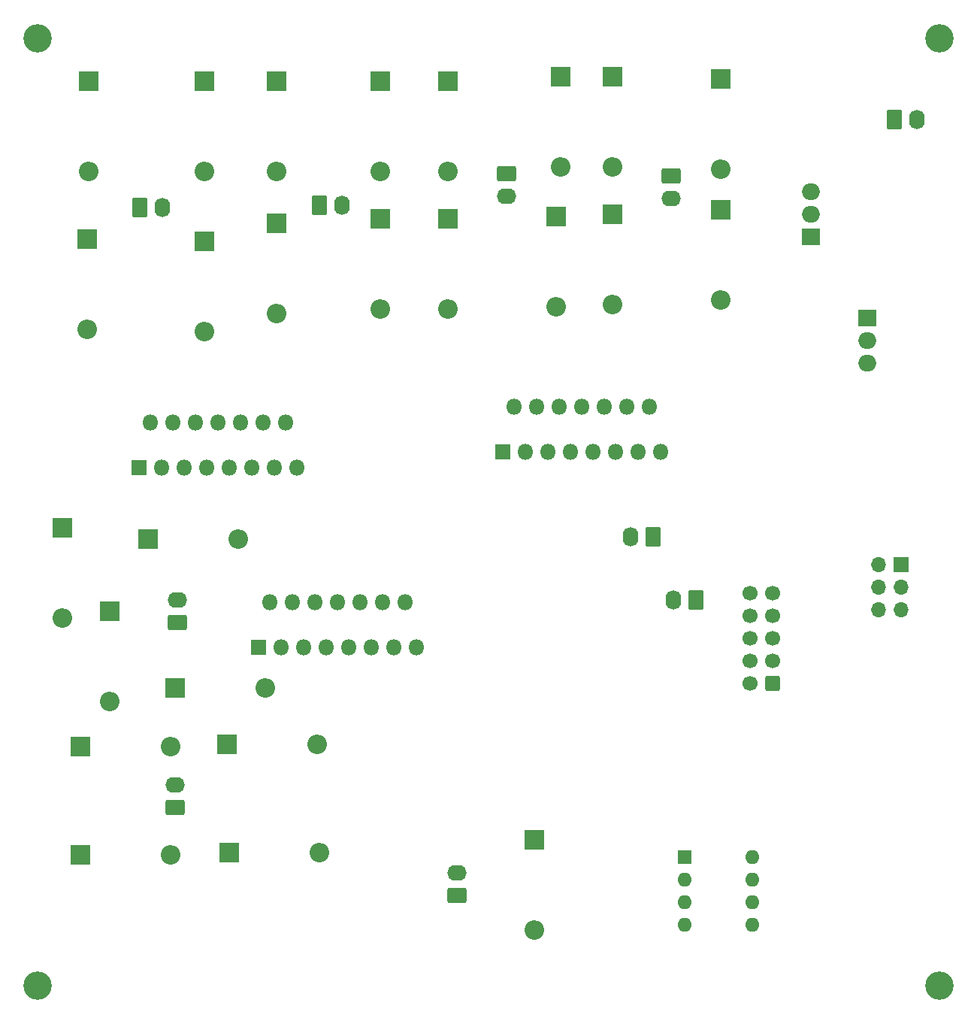
<source format=gbr>
%TF.GenerationSoftware,KiCad,Pcbnew,8.0.8*%
%TF.CreationDate,2025-04-07T19:10:49-05:00*%
%TF.ProjectId,Senior_Design_PCB_ethanl7_nrkim2,53656e69-6f72-45f4-9465-7369676e5f50,rev?*%
%TF.SameCoordinates,Original*%
%TF.FileFunction,Soldermask,Bot*%
%TF.FilePolarity,Negative*%
%FSLAX46Y46*%
G04 Gerber Fmt 4.6, Leading zero omitted, Abs format (unit mm)*
G04 Created by KiCad (PCBNEW 8.0.8) date 2025-04-07 19:10:49*
%MOMM*%
%LPD*%
G01*
G04 APERTURE LIST*
G04 Aperture macros list*
%AMRoundRect*
0 Rectangle with rounded corners*
0 $1 Rounding radius*
0 $2 $3 $4 $5 $6 $7 $8 $9 X,Y pos of 4 corners*
0 Add a 4 corners polygon primitive as box body*
4,1,4,$2,$3,$4,$5,$6,$7,$8,$9,$2,$3,0*
0 Add four circle primitives for the rounded corners*
1,1,$1+$1,$2,$3*
1,1,$1+$1,$4,$5*
1,1,$1+$1,$6,$7*
1,1,$1+$1,$8,$9*
0 Add four rect primitives between the rounded corners*
20,1,$1+$1,$2,$3,$4,$5,0*
20,1,$1+$1,$4,$5,$6,$7,0*
20,1,$1+$1,$6,$7,$8,$9,0*
20,1,$1+$1,$8,$9,$2,$3,0*%
G04 Aperture macros list end*
%ADD10R,2.200000X2.200000*%
%ADD11O,2.200000X2.200000*%
%ADD12R,1.800000X1.800000*%
%ADD13O,1.800000X1.800000*%
%ADD14RoundRect,0.250000X0.620000X0.845000X-0.620000X0.845000X-0.620000X-0.845000X0.620000X-0.845000X0*%
%ADD15O,1.740000X2.190000*%
%ADD16C,3.200000*%
%ADD17R,1.600000X1.600000*%
%ADD18O,1.600000X1.600000*%
%ADD19R,2.000000X1.905000*%
%ADD20O,2.000000X1.905000*%
%ADD21RoundRect,0.250000X-0.620000X-0.845000X0.620000X-0.845000X0.620000X0.845000X-0.620000X0.845000X0*%
%ADD22RoundRect,0.250000X-0.845000X0.620000X-0.845000X-0.620000X0.845000X-0.620000X0.845000X0.620000X0*%
%ADD23O,2.190000X1.740000*%
%ADD24RoundRect,0.250000X0.845000X-0.620000X0.845000X0.620000X-0.845000X0.620000X-0.845000X-0.620000X0*%
%ADD25R,1.700000X1.700000*%
%ADD26O,1.700000X1.700000*%
%ADD27RoundRect,0.250000X0.600000X0.600000X-0.600000X0.600000X-0.600000X-0.600000X0.600000X-0.600000X0*%
%ADD28C,1.700000*%
G04 APERTURE END LIST*
D10*
%TO.C,D12*%
X177800000Y-54864000D03*
D11*
X177800000Y-65024000D03*
%TD*%
D10*
%TO.C,D13*%
X105664000Y-127508000D03*
D11*
X115824000Y-127508000D03*
%TD*%
D12*
%TO.C,U5*%
X112251361Y-83935469D03*
D13*
X113521361Y-78855469D03*
X114791361Y-83935469D03*
X116061361Y-78855469D03*
X117331361Y-83935469D03*
X118601361Y-78855469D03*
X119871361Y-83935469D03*
X121141361Y-78855469D03*
X122411361Y-83935469D03*
X123681361Y-78855469D03*
X124951361Y-83935469D03*
X126221361Y-78855469D03*
X127491361Y-83935469D03*
X128761361Y-78855469D03*
X130031361Y-83935469D03*
%TD*%
D10*
%TO.C,D11*%
X177800000Y-40132000D03*
D11*
X177800000Y-50292000D03*
%TD*%
D10*
%TO.C,D15*%
X105664000Y-115316000D03*
D11*
X115824000Y-115316000D03*
%TD*%
D10*
%TO.C,D8*%
X159766000Y-39878000D03*
D11*
X159766000Y-50038000D03*
%TD*%
D12*
%TO.C,U3*%
X153272361Y-82157469D03*
D13*
X154542361Y-77077469D03*
X155812361Y-82157469D03*
X157082361Y-77077469D03*
X158352361Y-82157469D03*
X159622361Y-77077469D03*
X160892361Y-82157469D03*
X162162361Y-77077469D03*
X163432361Y-82157469D03*
X164702361Y-77077469D03*
X165972361Y-82157469D03*
X167242361Y-77077469D03*
X168512361Y-82157469D03*
X169782361Y-77077469D03*
X171052361Y-82157469D03*
%TD*%
D14*
%TO.C,D1*%
X170163361Y-91682469D03*
D15*
X167623361Y-91682469D03*
%TD*%
D10*
%TO.C,D19*%
X103632000Y-90678000D03*
D11*
X103632000Y-100838000D03*
%TD*%
D10*
%TO.C,D28*%
X139446000Y-55880000D03*
D11*
X139446000Y-66040000D03*
%TD*%
D16*
%TO.C,H3*%
X100838000Y-142240000D03*
%TD*%
D10*
%TO.C,D9*%
X165608000Y-39878000D03*
D11*
X165608000Y-50038000D03*
%TD*%
D10*
%TO.C,D26*%
X127762000Y-56388000D03*
D11*
X127762000Y-66548000D03*
%TD*%
D17*
%TO.C,U2*%
X173736000Y-127762000D03*
D18*
X173736000Y-130302000D03*
X173736000Y-132842000D03*
X173736000Y-135382000D03*
X181356000Y-135382000D03*
X181356000Y-132842000D03*
X181356000Y-130302000D03*
X181356000Y-127762000D03*
%TD*%
D10*
%TO.C,D5*%
X147066000Y-55880000D03*
D11*
X147066000Y-66040000D03*
%TD*%
D19*
%TO.C,U1*%
X187943361Y-57900469D03*
D20*
X187943361Y-55360469D03*
X187943361Y-52820469D03*
%TD*%
D12*
%TO.C,U4*%
X125713361Y-104128469D03*
D13*
X126983361Y-99048469D03*
X128253361Y-104128469D03*
X129523361Y-99048469D03*
X130793361Y-104128469D03*
X132063361Y-99048469D03*
X133333361Y-104128469D03*
X134603361Y-99048469D03*
X135873361Y-104128469D03*
X137143361Y-99048469D03*
X138413361Y-104128469D03*
X139683361Y-99048469D03*
X140953361Y-104128469D03*
X142223361Y-99048469D03*
X143493361Y-104128469D03*
%TD*%
D21*
%TO.C,J10*%
X132588000Y-54356000D03*
D15*
X135128000Y-54356000D03*
%TD*%
D10*
%TO.C,D23*%
X119675000Y-40386000D03*
D11*
X119675000Y-50546000D03*
%TD*%
D22*
%TO.C,J5*%
X153670000Y-50800000D03*
D23*
X153670000Y-53340000D03*
%TD*%
D19*
%TO.C,U7*%
X194293361Y-67044469D03*
D20*
X194293361Y-69584469D03*
X194293361Y-72124469D03*
%TD*%
D14*
%TO.C,D2*%
X174989361Y-98794469D03*
D15*
X172449361Y-98794469D03*
%TD*%
D10*
%TO.C,D3*%
X156845000Y-125857000D03*
D11*
X156845000Y-136017000D03*
%TD*%
D10*
%TO.C,D18*%
X116332000Y-108700469D03*
D11*
X126492000Y-108700469D03*
%TD*%
D10*
%TO.C,D25*%
X127762000Y-40386000D03*
D11*
X127762000Y-50546000D03*
%TD*%
D24*
%TO.C,J7*%
X116332000Y-122174000D03*
D23*
X116332000Y-119634000D03*
%TD*%
D10*
%TO.C,D20*%
X113284000Y-91948000D03*
D11*
X123444000Y-91948000D03*
%TD*%
D10*
%TO.C,D14*%
X122428000Y-127254000D03*
D11*
X132588000Y-127254000D03*
%TD*%
D10*
%TO.C,D6*%
X159258000Y-55626000D03*
D11*
X159258000Y-65786000D03*
%TD*%
D16*
%TO.C,H2*%
X202438000Y-35560000D03*
%TD*%
D10*
%TO.C,D7*%
X147066000Y-40386000D03*
D11*
X147066000Y-50546000D03*
%TD*%
D10*
%TO.C,D27*%
X139446000Y-40386000D03*
D11*
X139446000Y-50546000D03*
%TD*%
D24*
%TO.C,J8*%
X116586000Y-101346000D03*
D23*
X116586000Y-98806000D03*
%TD*%
D10*
%TO.C,D16*%
X122174000Y-115062000D03*
D11*
X132334000Y-115062000D03*
%TD*%
D10*
%TO.C,D21*%
X106639000Y-40386000D03*
D11*
X106639000Y-50546000D03*
%TD*%
D21*
%TO.C,J2*%
X197358000Y-44704000D03*
D15*
X199898000Y-44704000D03*
%TD*%
D22*
%TO.C,J6*%
X172192000Y-51054000D03*
D23*
X172192000Y-53594000D03*
%TD*%
D21*
%TO.C,J9*%
X112377000Y-54610000D03*
D15*
X114917000Y-54610000D03*
%TD*%
D10*
%TO.C,D22*%
X106444000Y-58166000D03*
D11*
X106444000Y-68326000D03*
%TD*%
D10*
%TO.C,D10*%
X165608000Y-55372000D03*
D11*
X165608000Y-65532000D03*
%TD*%
D25*
%TO.C,J3*%
X198103361Y-94857469D03*
D26*
X195563361Y-94857469D03*
X198103361Y-97397469D03*
X195563361Y-97397469D03*
X198103361Y-99937469D03*
X195563361Y-99937469D03*
%TD*%
D10*
%TO.C,D17*%
X108966000Y-100076000D03*
D11*
X108966000Y-110236000D03*
%TD*%
D10*
%TO.C,D24*%
X119634000Y-58420000D03*
D11*
X119634000Y-68580000D03*
%TD*%
D27*
%TO.C,J4*%
X183625361Y-108192469D03*
D28*
X181085361Y-108192469D03*
X183625361Y-105652469D03*
X181085361Y-105652469D03*
X183625361Y-103112469D03*
X181085361Y-103112469D03*
X183625361Y-100572469D03*
X181085361Y-100572469D03*
X183625361Y-98032469D03*
X181085361Y-98032469D03*
%TD*%
D24*
%TO.C,J1*%
X148082000Y-132080000D03*
D23*
X148082000Y-129540000D03*
%TD*%
D16*
%TO.C,H1*%
X100838000Y-35560000D03*
%TD*%
%TO.C,H4*%
X202438000Y-142240000D03*
%TD*%
M02*

</source>
